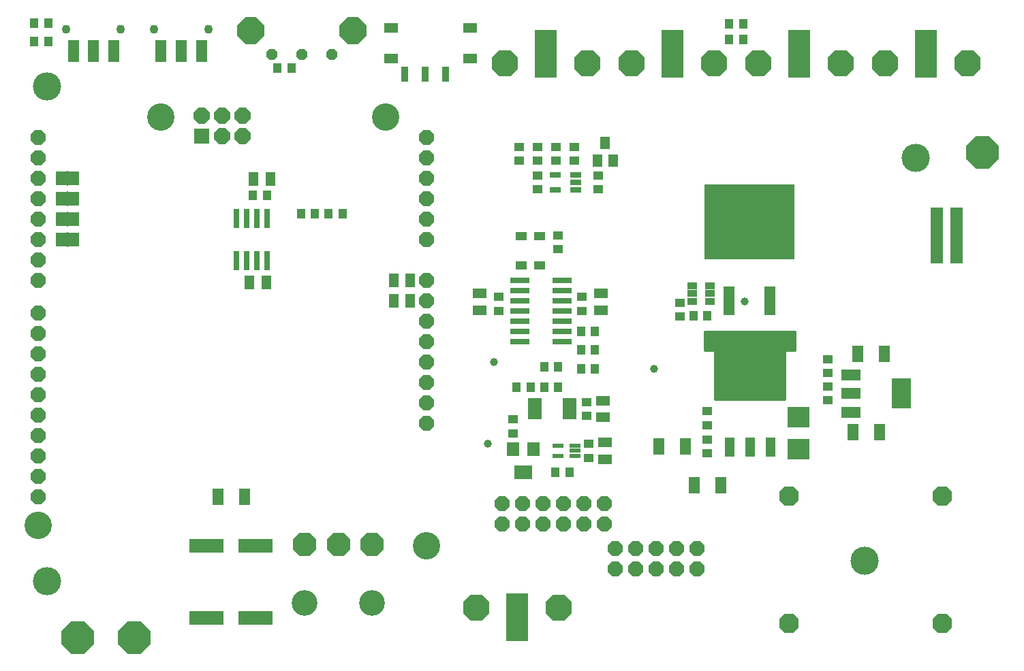
<source format=gts>
G75*
G70*
%OFA0B0*%
%FSLAX24Y24*%
%IPPOS*%
%LPD*%
%AMOC8*
5,1,8,0,0,1.08239X$1,22.5*
%
%ADD10C,0.1380*%
%ADD11R,0.0946X0.0316*%
%ADD12R,0.0592X0.0710*%
%ADD13R,0.0867X0.0710*%
%ADD14OC8,0.0740*%
%ADD15OC8,0.0780*%
%ADD16R,0.0780X0.0780*%
%ADD17C,0.1340*%
%ADD18R,0.0500X0.0930*%
%ADD19C,0.0100*%
%ADD20R,0.1064X0.0986*%
%ADD21R,0.0500X0.0430*%
%ADD22R,0.0560X0.0820*%
%ADD23R,0.1655X0.0710*%
%ADD24R,0.0316X0.0946*%
%ADD25R,0.0460X0.0680*%
%ADD26R,0.0430X0.0500*%
%ADD27R,0.0592X0.2718*%
%ADD28R,0.0540X0.0220*%
%ADD29R,0.0680X0.0460*%
%ADD30R,0.0670X0.0250*%
%ADD31R,0.0560X0.0440*%
%ADD32R,0.0552X0.1064*%
%ADD33C,0.0434*%
%ADD34R,0.0356X0.0749*%
%ADD35R,0.0690X0.0513*%
%ADD36R,0.0497X0.0336*%
%ADD37R,0.0580X0.1430*%
%ADD38R,0.4400X0.3700*%
%ADD39R,0.1080X0.2380*%
%ADD40OC8,0.1290*%
%ADD41C,0.0395*%
%ADD42R,0.0580X0.0300*%
%ADD43R,0.0960X0.0560*%
%ADD44R,0.0946X0.1497*%
%ADD45R,0.0540X0.0710*%
%ADD46R,0.0060X0.0720*%
%ADD47R,0.0474X0.0631*%
%ADD48C,0.1260*%
%ADD49OC8,0.1145*%
%ADD50OC8,0.0552*%
%ADD51OC8,0.1310*%
%ADD52OC8,0.0966*%
%ADD53OC8,0.1582*%
D10*
X007993Y004250D03*
X007993Y028500D03*
X047993Y005250D03*
X050493Y025000D03*
D11*
X033164Y019000D03*
X033164Y018500D03*
X033164Y018000D03*
X033164Y017500D03*
X033164Y017000D03*
X033164Y016500D03*
X033164Y016000D03*
X031117Y016000D03*
X031117Y016500D03*
X031117Y017000D03*
X031117Y017500D03*
X031117Y018000D03*
X031117Y018500D03*
X031117Y019000D03*
D12*
X030791Y010721D03*
X031791Y010721D03*
D13*
X031291Y009579D03*
D14*
X031243Y008050D03*
X030243Y008050D03*
X030243Y007050D03*
X031243Y007050D03*
X032243Y007050D03*
X033243Y007050D03*
X034243Y007050D03*
X035243Y007050D03*
X035243Y008050D03*
X034243Y008050D03*
X033243Y008050D03*
X032243Y008050D03*
X035793Y005850D03*
X035793Y004850D03*
X036793Y004850D03*
X037793Y004850D03*
X037793Y005850D03*
X036793Y005850D03*
X038793Y005850D03*
X038793Y004850D03*
X039793Y004850D03*
X039793Y005850D03*
X026541Y012000D03*
X026541Y013000D03*
X026541Y014000D03*
X026541Y015000D03*
X026541Y016000D03*
X026541Y017000D03*
X026541Y018000D03*
X026541Y019000D03*
X026541Y021000D03*
X026541Y022000D03*
X026541Y023000D03*
X026541Y024000D03*
X026541Y025000D03*
X026541Y026000D03*
X007541Y026000D03*
X007541Y025000D03*
X007541Y024000D03*
X007541Y023000D03*
X007541Y022000D03*
X007541Y021000D03*
X007541Y020000D03*
X007541Y019000D03*
X007541Y017400D03*
X007541Y016400D03*
X007541Y015400D03*
X007541Y014400D03*
X007541Y013400D03*
X007541Y012400D03*
X007541Y011400D03*
X007541Y010400D03*
X007541Y009400D03*
X007541Y008400D03*
D15*
X016541Y026050D03*
X017541Y026050D03*
X017541Y027050D03*
X016541Y027050D03*
X015541Y027050D03*
D16*
X015541Y026050D03*
D17*
X013541Y027000D03*
X024541Y027000D03*
X007541Y007000D03*
X026541Y006000D03*
D18*
X041366Y010820D03*
X042366Y010820D03*
X043366Y010820D03*
D19*
X044091Y013175D02*
X040641Y013175D01*
X040641Y015550D01*
X040141Y015550D01*
X040141Y016500D01*
X044591Y016500D01*
X044591Y015550D01*
X044091Y015550D01*
X044091Y013175D01*
X044091Y013207D02*
X040641Y013207D01*
X040641Y013305D02*
X044091Y013305D01*
X044091Y013404D02*
X040641Y013404D01*
X040641Y013502D02*
X044091Y013502D01*
X044091Y013601D02*
X040641Y013601D01*
X040641Y013699D02*
X044091Y013699D01*
X044091Y013798D02*
X040641Y013798D01*
X040641Y013896D02*
X044091Y013896D01*
X044091Y013995D02*
X040641Y013995D01*
X040641Y014093D02*
X044091Y014093D01*
X044091Y014192D02*
X040641Y014192D01*
X040641Y014290D02*
X044091Y014290D01*
X044091Y014389D02*
X040641Y014389D01*
X040641Y014487D02*
X044091Y014487D01*
X044091Y014586D02*
X040641Y014586D01*
X040641Y014684D02*
X044091Y014684D01*
X044091Y014783D02*
X040641Y014783D01*
X040641Y014881D02*
X044091Y014881D01*
X044091Y014980D02*
X040641Y014980D01*
X040641Y015078D02*
X044091Y015078D01*
X044091Y015177D02*
X040641Y015177D01*
X040641Y015275D02*
X044091Y015275D01*
X044091Y015374D02*
X040641Y015374D01*
X040641Y015472D02*
X044091Y015472D01*
X044591Y015571D02*
X040141Y015571D01*
X040141Y015669D02*
X044591Y015669D01*
X044591Y015768D02*
X040141Y015768D01*
X040141Y015866D02*
X044591Y015866D01*
X044591Y015965D02*
X040141Y015965D01*
X040141Y016063D02*
X044591Y016063D01*
X044591Y016162D02*
X040141Y016162D01*
X040141Y016260D02*
X044591Y016260D01*
X044591Y016359D02*
X040141Y016359D01*
X040141Y016457D02*
X044591Y016457D01*
D20*
X044741Y012287D03*
X044741Y010713D03*
D21*
X046193Y013113D03*
X046193Y013793D03*
X046193Y014460D03*
X046193Y015140D03*
X040293Y012587D03*
X040293Y011907D03*
X040293Y011193D03*
X040293Y010513D03*
X034491Y010310D03*
X034491Y010990D03*
X034391Y012360D03*
X034391Y013040D03*
X030791Y012190D03*
X030791Y011510D03*
X038943Y017213D03*
X038943Y017893D03*
X034143Y018190D03*
X034143Y017510D03*
X032993Y020513D03*
X032993Y021193D03*
X031993Y023460D03*
X031993Y024140D03*
X031993Y024860D03*
X032893Y024860D03*
X032893Y025540D03*
X031993Y025540D03*
X031093Y025540D03*
X031093Y024860D03*
X033793Y024860D03*
X033793Y025540D03*
X034946Y024140D03*
X034946Y023460D03*
X030093Y018190D03*
X030093Y017510D03*
D22*
X037896Y010850D03*
X039196Y010850D03*
X039641Y008950D03*
X040941Y008950D03*
X047396Y011550D03*
X048696Y011550D03*
X048946Y015400D03*
X047646Y015400D03*
X017643Y008397D03*
X016343Y008397D03*
D23*
X015793Y006003D03*
X018194Y006003D03*
X018194Y002453D03*
X015793Y002453D03*
D24*
X017243Y019976D03*
X017743Y019976D03*
X018243Y019976D03*
X018743Y019976D03*
X018743Y022024D03*
X018243Y022024D03*
X017743Y022024D03*
X017243Y022024D03*
D25*
X018083Y023953D03*
X018903Y023953D03*
X024933Y019000D03*
X025753Y019000D03*
X025753Y018000D03*
X024933Y018000D03*
X018703Y018897D03*
X017883Y018897D03*
D26*
X020401Y022250D03*
X021081Y022250D03*
X021751Y022250D03*
X022431Y022250D03*
X018733Y023153D03*
X018053Y023153D03*
X019253Y029400D03*
X019933Y029400D03*
X008033Y030697D03*
X007353Y030697D03*
X007353Y031597D03*
X008033Y031597D03*
X032303Y014750D03*
X032983Y014750D03*
X034101Y014650D03*
X034781Y014650D03*
X034781Y015600D03*
X034101Y015600D03*
X034101Y016500D03*
X034781Y016500D03*
X032983Y013750D03*
X032303Y013750D03*
X031633Y013750D03*
X030953Y013750D03*
X032851Y009600D03*
X033531Y009600D03*
X039606Y017250D03*
X040286Y017250D03*
X041353Y030803D03*
X042033Y030803D03*
X042033Y031553D03*
X041353Y031553D03*
D27*
X051501Y021197D03*
X052485Y021197D03*
D28*
X033801Y010910D03*
X033801Y010650D03*
X033801Y010390D03*
X032981Y010390D03*
X032981Y010910D03*
D29*
X035291Y011060D03*
X035291Y010240D03*
X035191Y012290D03*
X035191Y013110D03*
X035093Y017540D03*
X035093Y018360D03*
X029143Y018357D03*
X029143Y017537D03*
D30*
X031831Y013080D03*
X031831Y012830D03*
X031831Y012570D03*
X031831Y012320D03*
X033551Y012320D03*
X033551Y012570D03*
X033551Y012830D03*
X033551Y013080D03*
D31*
X032093Y019744D03*
X031193Y019744D03*
X031193Y021161D03*
X032093Y021161D03*
D32*
X015528Y030217D03*
X014543Y030217D03*
X013559Y030217D03*
X011230Y030217D03*
X010246Y030217D03*
X009262Y030217D03*
D33*
X008907Y031300D03*
X011585Y031300D03*
X013205Y031300D03*
X015882Y031300D03*
D34*
X025494Y029084D03*
X026494Y029084D03*
X027494Y029084D03*
D35*
X028665Y029850D03*
X028665Y031350D03*
X024827Y031350D03*
X024827Y029850D03*
D36*
X039560Y018721D03*
X039560Y018347D03*
X039560Y017973D03*
X040426Y017973D03*
X040426Y018347D03*
X040426Y018721D03*
D37*
X041343Y017995D03*
X043343Y017995D03*
D38*
X042343Y021850D03*
D39*
X044793Y030100D03*
X038593Y030100D03*
X032393Y030100D03*
X050993Y030100D03*
X030993Y002500D03*
D40*
X028981Y002960D03*
X033006Y002960D03*
X034406Y029640D03*
X036581Y029640D03*
X040606Y029640D03*
X042781Y029640D03*
X046806Y029640D03*
X048981Y029640D03*
X053006Y029640D03*
X030381Y029640D03*
D41*
X042096Y017950D03*
X037693Y014647D03*
X029841Y015000D03*
X029541Y011000D03*
D42*
X032836Y023430D03*
X032836Y024170D03*
X033856Y024170D03*
X033856Y023800D03*
X033856Y023430D03*
D43*
X047321Y014360D03*
X047321Y013450D03*
X047321Y012540D03*
D44*
X049761Y013450D03*
D45*
X009293Y021000D03*
X008693Y021000D03*
X008693Y022000D03*
X009293Y022000D03*
X009293Y023000D03*
X008693Y023000D03*
X008693Y024000D03*
X009293Y024000D03*
D46*
X008993Y024000D03*
X008993Y023000D03*
X008993Y022000D03*
X008993Y021000D03*
D47*
X034919Y024870D03*
X035667Y024870D03*
X035293Y025736D03*
D48*
X023893Y003200D03*
X020593Y003200D03*
D49*
X020593Y006070D03*
X022243Y006070D03*
X023893Y006070D03*
D50*
X021923Y030050D03*
X020443Y030050D03*
X018963Y030050D03*
D51*
X017928Y031230D03*
X022958Y031230D03*
D52*
X044293Y008420D03*
X051793Y008420D03*
X051793Y002200D03*
X044293Y002200D03*
D53*
X012243Y001500D03*
X009493Y001500D03*
X053743Y025250D03*
M02*

</source>
